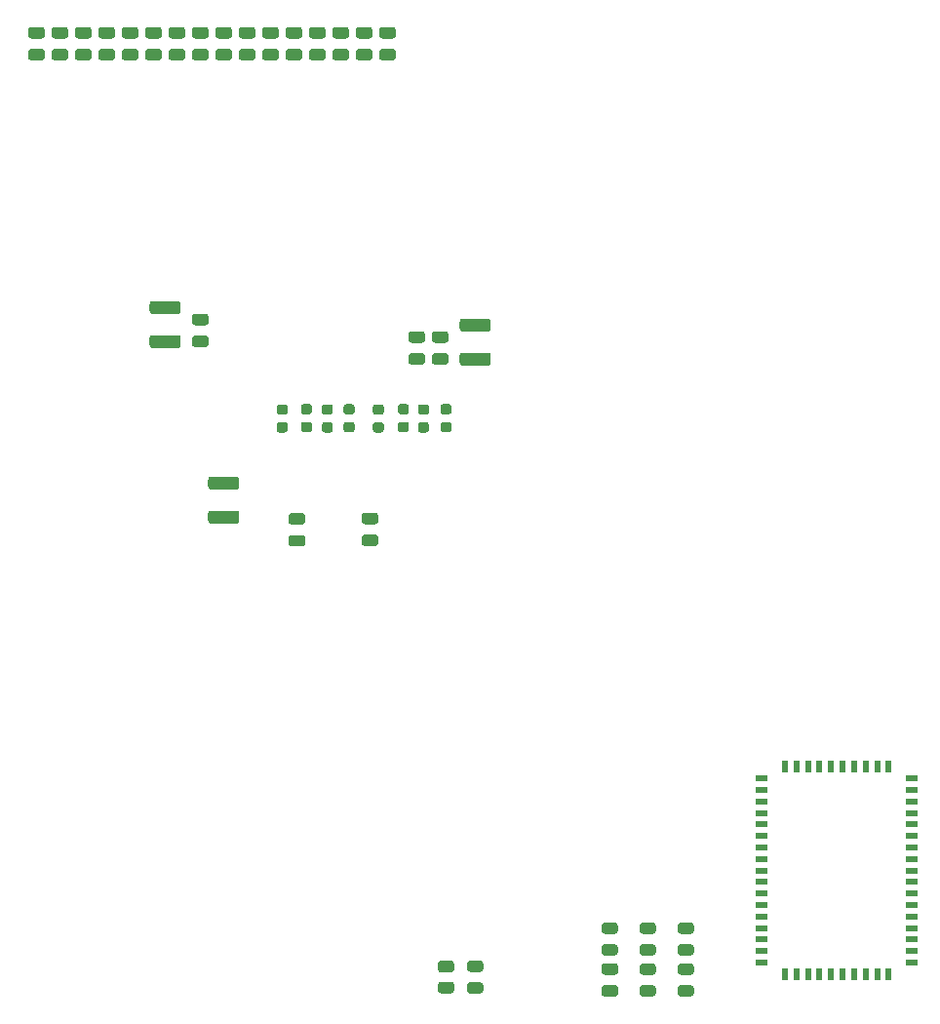
<source format=gbr>
G04 #@! TF.GenerationSoftware,KiCad,Pcbnew,5.1.9*
G04 #@! TF.CreationDate,2021-03-28T19:34:58+08:00*
G04 #@! TF.ProjectId,digital-amplifier2,64696769-7461-46c2-9d61-6d706c696669,rev?*
G04 #@! TF.SameCoordinates,Original*
G04 #@! TF.FileFunction,Paste,Bot*
G04 #@! TF.FilePolarity,Positive*
%FSLAX46Y46*%
G04 Gerber Fmt 4.6, Leading zero omitted, Abs format (unit mm)*
G04 Created by KiCad (PCBNEW 5.1.9) date 2021-03-28 19:34:58*
%MOMM*%
%LPD*%
G01*
G04 APERTURE LIST*
%ADD10R,1.000000X0.500000*%
%ADD11R,0.500000X1.000000*%
G04 APERTURE END LIST*
D10*
X120904000Y-141748000D03*
X120904000Y-140748000D03*
X120904000Y-139748000D03*
X120904000Y-138748000D03*
X120904000Y-137748000D03*
X120904000Y-136748000D03*
X120904000Y-135748000D03*
X120904000Y-134748000D03*
X120904000Y-133748000D03*
X120904000Y-132748000D03*
X120904000Y-131748000D03*
X120904000Y-130748000D03*
X120904000Y-129748000D03*
X120904000Y-128748000D03*
X120904000Y-127748000D03*
X120904000Y-126748000D03*
X120904000Y-125748000D03*
D11*
X122904000Y-124748000D03*
X123904000Y-124748000D03*
X124904000Y-124748000D03*
X125904000Y-124748000D03*
X126904000Y-124748000D03*
X127904000Y-124748000D03*
X128904000Y-124748000D03*
X129904000Y-124748000D03*
X130904000Y-124748000D03*
X131904000Y-124748000D03*
X131904000Y-142748000D03*
X124904000Y-142748000D03*
X127904000Y-142748000D03*
X125904000Y-142748000D03*
X130904000Y-142748000D03*
X126904000Y-142748000D03*
X123904000Y-142748000D03*
X128904000Y-142748000D03*
X129904000Y-142748000D03*
X122904000Y-142748000D03*
D10*
X133904000Y-130748000D03*
X133904000Y-126748000D03*
X133904000Y-138748000D03*
X133904000Y-137748000D03*
X133904000Y-140748000D03*
X133904000Y-135748000D03*
X133904000Y-131748000D03*
X133904000Y-128748000D03*
X133904000Y-139748000D03*
X133904000Y-127748000D03*
X133904000Y-136748000D03*
X133904000Y-134748000D03*
X133904000Y-141748000D03*
X133904000Y-133748000D03*
X133904000Y-132748000D03*
X133904000Y-125748000D03*
X133904000Y-129748000D03*
G36*
G01*
X93021999Y-143402000D02*
X93922001Y-143402000D01*
G75*
G02*
X94172000Y-143651999I0J-249999D01*
G01*
X94172000Y-144177001D01*
G75*
G02*
X93922001Y-144427000I-249999J0D01*
G01*
X93021999Y-144427000D01*
G75*
G02*
X92772000Y-144177001I0J249999D01*
G01*
X92772000Y-143651999D01*
G75*
G02*
X93021999Y-143402000I249999J0D01*
G01*
G37*
G36*
G01*
X93021999Y-141577000D02*
X93922001Y-141577000D01*
G75*
G02*
X94172000Y-141826999I0J-249999D01*
G01*
X94172000Y-142352001D01*
G75*
G02*
X93922001Y-142602000I-249999J0D01*
G01*
X93021999Y-142602000D01*
G75*
G02*
X92772000Y-142352001I0J249999D01*
G01*
X92772000Y-141826999D01*
G75*
G02*
X93021999Y-141577000I249999J0D01*
G01*
G37*
G36*
G01*
X86393000Y-104590000D02*
X87343000Y-104590000D01*
G75*
G02*
X87593000Y-104840000I0J-250000D01*
G01*
X87593000Y-105340000D01*
G75*
G02*
X87343000Y-105590000I-250000J0D01*
G01*
X86393000Y-105590000D01*
G75*
G02*
X86143000Y-105340000I0J250000D01*
G01*
X86143000Y-104840000D01*
G75*
G02*
X86393000Y-104590000I250000J0D01*
G01*
G37*
G36*
G01*
X86393000Y-102690000D02*
X87343000Y-102690000D01*
G75*
G02*
X87593000Y-102940000I0J-250000D01*
G01*
X87593000Y-103440000D01*
G75*
G02*
X87343000Y-103690000I-250000J0D01*
G01*
X86393000Y-103690000D01*
G75*
G02*
X86143000Y-103440000I0J250000D01*
G01*
X86143000Y-102940000D01*
G75*
G02*
X86393000Y-102690000I250000J0D01*
G01*
G37*
G36*
G01*
X80993000Y-103727001D02*
X80043000Y-103727001D01*
G75*
G02*
X79793000Y-103477001I0J250000D01*
G01*
X79793000Y-102977001D01*
G75*
G02*
X80043000Y-102727001I250000J0D01*
G01*
X80993000Y-102727001D01*
G75*
G02*
X81243000Y-102977001I0J-250000D01*
G01*
X81243000Y-103477001D01*
G75*
G02*
X80993000Y-103727001I-250000J0D01*
G01*
G37*
G36*
G01*
X80993000Y-105627001D02*
X80043000Y-105627001D01*
G75*
G02*
X79793000Y-105377001I0J250000D01*
G01*
X79793000Y-104877001D01*
G75*
G02*
X80043000Y-104627001I250000J0D01*
G01*
X80993000Y-104627001D01*
G75*
G02*
X81243000Y-104877001I0J-250000D01*
G01*
X81243000Y-105377001D01*
G75*
G02*
X80993000Y-105627001I-250000J0D01*
G01*
G37*
G36*
G01*
X91407000Y-87942000D02*
X90457000Y-87942000D01*
G75*
G02*
X90207000Y-87692000I0J250000D01*
G01*
X90207000Y-87192000D01*
G75*
G02*
X90457000Y-86942000I250000J0D01*
G01*
X91407000Y-86942000D01*
G75*
G02*
X91657000Y-87192000I0J-250000D01*
G01*
X91657000Y-87692000D01*
G75*
G02*
X91407000Y-87942000I-250000J0D01*
G01*
G37*
G36*
G01*
X91407000Y-89842000D02*
X90457000Y-89842000D01*
G75*
G02*
X90207000Y-89592000I0J250000D01*
G01*
X90207000Y-89092000D01*
G75*
G02*
X90457000Y-88842000I250000J0D01*
G01*
X91407000Y-88842000D01*
G75*
G02*
X91657000Y-89092000I0J-250000D01*
G01*
X91657000Y-89592000D01*
G75*
G02*
X91407000Y-89842000I-250000J0D01*
G01*
G37*
G36*
G01*
X93439000Y-87942000D02*
X92489000Y-87942000D01*
G75*
G02*
X92239000Y-87692000I0J250000D01*
G01*
X92239000Y-87192000D01*
G75*
G02*
X92489000Y-86942000I250000J0D01*
G01*
X93439000Y-86942000D01*
G75*
G02*
X93689000Y-87192000I0J-250000D01*
G01*
X93689000Y-87692000D01*
G75*
G02*
X93439000Y-87942000I-250000J0D01*
G01*
G37*
G36*
G01*
X93439000Y-89842000D02*
X92489000Y-89842000D01*
G75*
G02*
X92239000Y-89592000I0J250000D01*
G01*
X92239000Y-89092000D01*
G75*
G02*
X92489000Y-88842000I250000J0D01*
G01*
X93439000Y-88842000D01*
G75*
G02*
X93689000Y-89092000I0J-250000D01*
G01*
X93689000Y-89592000D01*
G75*
G02*
X93439000Y-89842000I-250000J0D01*
G01*
G37*
G36*
G01*
X70188001Y-85460000D02*
X67987999Y-85460000D01*
G75*
G02*
X67738000Y-85210001I0J249999D01*
G01*
X67738000Y-84559999D01*
G75*
G02*
X67987999Y-84310000I249999J0D01*
G01*
X70188001Y-84310000D01*
G75*
G02*
X70438000Y-84559999I0J-249999D01*
G01*
X70438000Y-85210001D01*
G75*
G02*
X70188001Y-85460000I-249999J0D01*
G01*
G37*
G36*
G01*
X70188001Y-88410000D02*
X67987999Y-88410000D01*
G75*
G02*
X67738000Y-88160001I0J249999D01*
G01*
X67738000Y-87509999D01*
G75*
G02*
X67987999Y-87260000I249999J0D01*
G01*
X70188001Y-87260000D01*
G75*
G02*
X70438000Y-87509999I0J-249999D01*
G01*
X70438000Y-88160001D01*
G75*
G02*
X70188001Y-88410000I-249999J0D01*
G01*
G37*
G36*
G01*
X97112001Y-86984000D02*
X94911999Y-86984000D01*
G75*
G02*
X94662000Y-86734001I0J249999D01*
G01*
X94662000Y-86083999D01*
G75*
G02*
X94911999Y-85834000I249999J0D01*
G01*
X97112001Y-85834000D01*
G75*
G02*
X97362000Y-86083999I0J-249999D01*
G01*
X97362000Y-86734001D01*
G75*
G02*
X97112001Y-86984000I-249999J0D01*
G01*
G37*
G36*
G01*
X97112001Y-89934000D02*
X94911999Y-89934000D01*
G75*
G02*
X94662000Y-89684001I0J249999D01*
G01*
X94662000Y-89033999D01*
G75*
G02*
X94911999Y-88784000I249999J0D01*
G01*
X97112001Y-88784000D01*
G75*
G02*
X97362000Y-89033999I0J-249999D01*
G01*
X97362000Y-89684001D01*
G75*
G02*
X97112001Y-89934000I-249999J0D01*
G01*
G37*
G36*
G01*
X72611000Y-86418000D02*
X71661000Y-86418000D01*
G75*
G02*
X71411000Y-86168000I0J250000D01*
G01*
X71411000Y-85668000D01*
G75*
G02*
X71661000Y-85418000I250000J0D01*
G01*
X72611000Y-85418000D01*
G75*
G02*
X72861000Y-85668000I0J-250000D01*
G01*
X72861000Y-86168000D01*
G75*
G02*
X72611000Y-86418000I-250000J0D01*
G01*
G37*
G36*
G01*
X72611000Y-88318000D02*
X71661000Y-88318000D01*
G75*
G02*
X71411000Y-88068000I0J250000D01*
G01*
X71411000Y-87568000D01*
G75*
G02*
X71661000Y-87318000I250000J0D01*
G01*
X72611000Y-87318000D01*
G75*
G02*
X72861000Y-87568000I0J-250000D01*
G01*
X72861000Y-88068000D01*
G75*
G02*
X72611000Y-88318000I-250000J0D01*
G01*
G37*
G36*
G01*
X73067999Y-102500000D02*
X75268001Y-102500000D01*
G75*
G02*
X75518000Y-102749999I0J-249999D01*
G01*
X75518000Y-103400001D01*
G75*
G02*
X75268001Y-103650000I-249999J0D01*
G01*
X73067999Y-103650000D01*
G75*
G02*
X72818000Y-103400001I0J249999D01*
G01*
X72818000Y-102749999D01*
G75*
G02*
X73067999Y-102500000I249999J0D01*
G01*
G37*
G36*
G01*
X73067999Y-99550000D02*
X75268001Y-99550000D01*
G75*
G02*
X75518000Y-99799999I0J-249999D01*
G01*
X75518000Y-100450001D01*
G75*
G02*
X75268001Y-100700000I-249999J0D01*
G01*
X73067999Y-100700000D01*
G75*
G02*
X72818000Y-100450001I0J249999D01*
G01*
X72818000Y-99799999D01*
G75*
G02*
X73067999Y-99550000I249999J0D01*
G01*
G37*
G36*
G01*
X60419000Y-61526000D02*
X59469000Y-61526000D01*
G75*
G02*
X59219000Y-61276000I0J250000D01*
G01*
X59219000Y-60776000D01*
G75*
G02*
X59469000Y-60526000I250000J0D01*
G01*
X60419000Y-60526000D01*
G75*
G02*
X60669000Y-60776000I0J-250000D01*
G01*
X60669000Y-61276000D01*
G75*
G02*
X60419000Y-61526000I-250000J0D01*
G01*
G37*
G36*
G01*
X60419000Y-63426000D02*
X59469000Y-63426000D01*
G75*
G02*
X59219000Y-63176000I0J250000D01*
G01*
X59219000Y-62676000D01*
G75*
G02*
X59469000Y-62426000I250000J0D01*
G01*
X60419000Y-62426000D01*
G75*
G02*
X60669000Y-62676000I0J-250000D01*
G01*
X60669000Y-63176000D01*
G75*
G02*
X60419000Y-63426000I-250000J0D01*
G01*
G37*
G36*
G01*
X63533000Y-62426000D02*
X64483000Y-62426000D01*
G75*
G02*
X64733000Y-62676000I0J-250000D01*
G01*
X64733000Y-63176000D01*
G75*
G02*
X64483000Y-63426000I-250000J0D01*
G01*
X63533000Y-63426000D01*
G75*
G02*
X63283000Y-63176000I0J250000D01*
G01*
X63283000Y-62676000D01*
G75*
G02*
X63533000Y-62426000I250000J0D01*
G01*
G37*
G36*
G01*
X63533000Y-60526000D02*
X64483000Y-60526000D01*
G75*
G02*
X64733000Y-60776000I0J-250000D01*
G01*
X64733000Y-61276000D01*
G75*
G02*
X64483000Y-61526000I-250000J0D01*
G01*
X63533000Y-61526000D01*
G75*
G02*
X63283000Y-61276000I0J250000D01*
G01*
X63283000Y-60776000D01*
G75*
G02*
X63533000Y-60526000I250000J0D01*
G01*
G37*
G36*
G01*
X68547000Y-61526000D02*
X67597000Y-61526000D01*
G75*
G02*
X67347000Y-61276000I0J250000D01*
G01*
X67347000Y-60776000D01*
G75*
G02*
X67597000Y-60526000I250000J0D01*
G01*
X68547000Y-60526000D01*
G75*
G02*
X68797000Y-60776000I0J-250000D01*
G01*
X68797000Y-61276000D01*
G75*
G02*
X68547000Y-61526000I-250000J0D01*
G01*
G37*
G36*
G01*
X68547000Y-63426000D02*
X67597000Y-63426000D01*
G75*
G02*
X67347000Y-63176000I0J250000D01*
G01*
X67347000Y-62676000D01*
G75*
G02*
X67597000Y-62426000I250000J0D01*
G01*
X68547000Y-62426000D01*
G75*
G02*
X68797000Y-62676000I0J-250000D01*
G01*
X68797000Y-63176000D01*
G75*
G02*
X68547000Y-63426000I-250000J0D01*
G01*
G37*
G36*
G01*
X71661000Y-62426000D02*
X72611000Y-62426000D01*
G75*
G02*
X72861000Y-62676000I0J-250000D01*
G01*
X72861000Y-63176000D01*
G75*
G02*
X72611000Y-63426000I-250000J0D01*
G01*
X71661000Y-63426000D01*
G75*
G02*
X71411000Y-63176000I0J250000D01*
G01*
X71411000Y-62676000D01*
G75*
G02*
X71661000Y-62426000I250000J0D01*
G01*
G37*
G36*
G01*
X71661000Y-60526000D02*
X72611000Y-60526000D01*
G75*
G02*
X72861000Y-60776000I0J-250000D01*
G01*
X72861000Y-61276000D01*
G75*
G02*
X72611000Y-61526000I-250000J0D01*
G01*
X71661000Y-61526000D01*
G75*
G02*
X71411000Y-61276000I0J250000D01*
G01*
X71411000Y-60776000D01*
G75*
G02*
X71661000Y-60526000I250000J0D01*
G01*
G37*
G36*
G01*
X76675000Y-61526000D02*
X75725000Y-61526000D01*
G75*
G02*
X75475000Y-61276000I0J250000D01*
G01*
X75475000Y-60776000D01*
G75*
G02*
X75725000Y-60526000I250000J0D01*
G01*
X76675000Y-60526000D01*
G75*
G02*
X76925000Y-60776000I0J-250000D01*
G01*
X76925000Y-61276000D01*
G75*
G02*
X76675000Y-61526000I-250000J0D01*
G01*
G37*
G36*
G01*
X76675000Y-63426000D02*
X75725000Y-63426000D01*
G75*
G02*
X75475000Y-63176000I0J250000D01*
G01*
X75475000Y-62676000D01*
G75*
G02*
X75725000Y-62426000I250000J0D01*
G01*
X76675000Y-62426000D01*
G75*
G02*
X76925000Y-62676000I0J-250000D01*
G01*
X76925000Y-63176000D01*
G75*
G02*
X76675000Y-63426000I-250000J0D01*
G01*
G37*
G36*
G01*
X79789000Y-62426000D02*
X80739000Y-62426000D01*
G75*
G02*
X80989000Y-62676000I0J-250000D01*
G01*
X80989000Y-63176000D01*
G75*
G02*
X80739000Y-63426000I-250000J0D01*
G01*
X79789000Y-63426000D01*
G75*
G02*
X79539000Y-63176000I0J250000D01*
G01*
X79539000Y-62676000D01*
G75*
G02*
X79789000Y-62426000I250000J0D01*
G01*
G37*
G36*
G01*
X79789000Y-60526000D02*
X80739000Y-60526000D01*
G75*
G02*
X80989000Y-60776000I0J-250000D01*
G01*
X80989000Y-61276000D01*
G75*
G02*
X80739000Y-61526000I-250000J0D01*
G01*
X79789000Y-61526000D01*
G75*
G02*
X79539000Y-61276000I0J250000D01*
G01*
X79539000Y-60776000D01*
G75*
G02*
X79789000Y-60526000I250000J0D01*
G01*
G37*
G36*
G01*
X84803000Y-61526000D02*
X83853000Y-61526000D01*
G75*
G02*
X83603000Y-61276000I0J250000D01*
G01*
X83603000Y-60776000D01*
G75*
G02*
X83853000Y-60526000I250000J0D01*
G01*
X84803000Y-60526000D01*
G75*
G02*
X85053000Y-60776000I0J-250000D01*
G01*
X85053000Y-61276000D01*
G75*
G02*
X84803000Y-61526000I-250000J0D01*
G01*
G37*
G36*
G01*
X84803000Y-63426000D02*
X83853000Y-63426000D01*
G75*
G02*
X83603000Y-63176000I0J250000D01*
G01*
X83603000Y-62676000D01*
G75*
G02*
X83853000Y-62426000I250000J0D01*
G01*
X84803000Y-62426000D01*
G75*
G02*
X85053000Y-62676000I0J-250000D01*
G01*
X85053000Y-63176000D01*
G75*
G02*
X84803000Y-63426000I-250000J0D01*
G01*
G37*
G36*
G01*
X87917000Y-62426000D02*
X88867000Y-62426000D01*
G75*
G02*
X89117000Y-62676000I0J-250000D01*
G01*
X89117000Y-63176000D01*
G75*
G02*
X88867000Y-63426000I-250000J0D01*
G01*
X87917000Y-63426000D01*
G75*
G02*
X87667000Y-63176000I0J250000D01*
G01*
X87667000Y-62676000D01*
G75*
G02*
X87917000Y-62426000I250000J0D01*
G01*
G37*
G36*
G01*
X87917000Y-60526000D02*
X88867000Y-60526000D01*
G75*
G02*
X89117000Y-60776000I0J-250000D01*
G01*
X89117000Y-61276000D01*
G75*
G02*
X88867000Y-61526000I-250000J0D01*
G01*
X87917000Y-61526000D01*
G75*
G02*
X87667000Y-61276000I0J250000D01*
G01*
X87667000Y-60776000D01*
G75*
G02*
X87917000Y-60526000I250000J0D01*
G01*
G37*
G36*
G01*
X58387000Y-61526000D02*
X57437000Y-61526000D01*
G75*
G02*
X57187000Y-61276000I0J250000D01*
G01*
X57187000Y-60776000D01*
G75*
G02*
X57437000Y-60526000I250000J0D01*
G01*
X58387000Y-60526000D01*
G75*
G02*
X58637000Y-60776000I0J-250000D01*
G01*
X58637000Y-61276000D01*
G75*
G02*
X58387000Y-61526000I-250000J0D01*
G01*
G37*
G36*
G01*
X58387000Y-63426000D02*
X57437000Y-63426000D01*
G75*
G02*
X57187000Y-63176000I0J250000D01*
G01*
X57187000Y-62676000D01*
G75*
G02*
X57437000Y-62426000I250000J0D01*
G01*
X58387000Y-62426000D01*
G75*
G02*
X58637000Y-62676000I0J-250000D01*
G01*
X58637000Y-63176000D01*
G75*
G02*
X58387000Y-63426000I-250000J0D01*
G01*
G37*
G36*
G01*
X61501000Y-62426000D02*
X62451000Y-62426000D01*
G75*
G02*
X62701000Y-62676000I0J-250000D01*
G01*
X62701000Y-63176000D01*
G75*
G02*
X62451000Y-63426000I-250000J0D01*
G01*
X61501000Y-63426000D01*
G75*
G02*
X61251000Y-63176000I0J250000D01*
G01*
X61251000Y-62676000D01*
G75*
G02*
X61501000Y-62426000I250000J0D01*
G01*
G37*
G36*
G01*
X61501000Y-60526000D02*
X62451000Y-60526000D01*
G75*
G02*
X62701000Y-60776000I0J-250000D01*
G01*
X62701000Y-61276000D01*
G75*
G02*
X62451000Y-61526000I-250000J0D01*
G01*
X61501000Y-61526000D01*
G75*
G02*
X61251000Y-61276000I0J250000D01*
G01*
X61251000Y-60776000D01*
G75*
G02*
X61501000Y-60526000I250000J0D01*
G01*
G37*
G36*
G01*
X66515000Y-61526000D02*
X65565000Y-61526000D01*
G75*
G02*
X65315000Y-61276000I0J250000D01*
G01*
X65315000Y-60776000D01*
G75*
G02*
X65565000Y-60526000I250000J0D01*
G01*
X66515000Y-60526000D01*
G75*
G02*
X66765000Y-60776000I0J-250000D01*
G01*
X66765000Y-61276000D01*
G75*
G02*
X66515000Y-61526000I-250000J0D01*
G01*
G37*
G36*
G01*
X66515000Y-63426000D02*
X65565000Y-63426000D01*
G75*
G02*
X65315000Y-63176000I0J250000D01*
G01*
X65315000Y-62676000D01*
G75*
G02*
X65565000Y-62426000I250000J0D01*
G01*
X66515000Y-62426000D01*
G75*
G02*
X66765000Y-62676000I0J-250000D01*
G01*
X66765000Y-63176000D01*
G75*
G02*
X66515000Y-63426000I-250000J0D01*
G01*
G37*
G36*
G01*
X69629000Y-62426000D02*
X70579000Y-62426000D01*
G75*
G02*
X70829000Y-62676000I0J-250000D01*
G01*
X70829000Y-63176000D01*
G75*
G02*
X70579000Y-63426000I-250000J0D01*
G01*
X69629000Y-63426000D01*
G75*
G02*
X69379000Y-63176000I0J250000D01*
G01*
X69379000Y-62676000D01*
G75*
G02*
X69629000Y-62426000I250000J0D01*
G01*
G37*
G36*
G01*
X69629000Y-60526000D02*
X70579000Y-60526000D01*
G75*
G02*
X70829000Y-60776000I0J-250000D01*
G01*
X70829000Y-61276000D01*
G75*
G02*
X70579000Y-61526000I-250000J0D01*
G01*
X69629000Y-61526000D01*
G75*
G02*
X69379000Y-61276000I0J250000D01*
G01*
X69379000Y-60776000D01*
G75*
G02*
X69629000Y-60526000I250000J0D01*
G01*
G37*
G36*
G01*
X74643000Y-61526000D02*
X73693000Y-61526000D01*
G75*
G02*
X73443000Y-61276000I0J250000D01*
G01*
X73443000Y-60776000D01*
G75*
G02*
X73693000Y-60526000I250000J0D01*
G01*
X74643000Y-60526000D01*
G75*
G02*
X74893000Y-60776000I0J-250000D01*
G01*
X74893000Y-61276000D01*
G75*
G02*
X74643000Y-61526000I-250000J0D01*
G01*
G37*
G36*
G01*
X74643000Y-63426000D02*
X73693000Y-63426000D01*
G75*
G02*
X73443000Y-63176000I0J250000D01*
G01*
X73443000Y-62676000D01*
G75*
G02*
X73693000Y-62426000I250000J0D01*
G01*
X74643000Y-62426000D01*
G75*
G02*
X74893000Y-62676000I0J-250000D01*
G01*
X74893000Y-63176000D01*
G75*
G02*
X74643000Y-63426000I-250000J0D01*
G01*
G37*
G36*
G01*
X77757000Y-62426000D02*
X78707000Y-62426000D01*
G75*
G02*
X78957000Y-62676000I0J-250000D01*
G01*
X78957000Y-63176000D01*
G75*
G02*
X78707000Y-63426000I-250000J0D01*
G01*
X77757000Y-63426000D01*
G75*
G02*
X77507000Y-63176000I0J250000D01*
G01*
X77507000Y-62676000D01*
G75*
G02*
X77757000Y-62426000I250000J0D01*
G01*
G37*
G36*
G01*
X77757000Y-60526000D02*
X78707000Y-60526000D01*
G75*
G02*
X78957000Y-60776000I0J-250000D01*
G01*
X78957000Y-61276000D01*
G75*
G02*
X78707000Y-61526000I-250000J0D01*
G01*
X77757000Y-61526000D01*
G75*
G02*
X77507000Y-61276000I0J250000D01*
G01*
X77507000Y-60776000D01*
G75*
G02*
X77757000Y-60526000I250000J0D01*
G01*
G37*
G36*
G01*
X82771000Y-61526000D02*
X81821000Y-61526000D01*
G75*
G02*
X81571000Y-61276000I0J250000D01*
G01*
X81571000Y-60776000D01*
G75*
G02*
X81821000Y-60526000I250000J0D01*
G01*
X82771000Y-60526000D01*
G75*
G02*
X83021000Y-60776000I0J-250000D01*
G01*
X83021000Y-61276000D01*
G75*
G02*
X82771000Y-61526000I-250000J0D01*
G01*
G37*
G36*
G01*
X82771000Y-63426000D02*
X81821000Y-63426000D01*
G75*
G02*
X81571000Y-63176000I0J250000D01*
G01*
X81571000Y-62676000D01*
G75*
G02*
X81821000Y-62426000I250000J0D01*
G01*
X82771000Y-62426000D01*
G75*
G02*
X83021000Y-62676000I0J-250000D01*
G01*
X83021000Y-63176000D01*
G75*
G02*
X82771000Y-63426000I-250000J0D01*
G01*
G37*
G36*
G01*
X85885000Y-62426000D02*
X86835000Y-62426000D01*
G75*
G02*
X87085000Y-62676000I0J-250000D01*
G01*
X87085000Y-63176000D01*
G75*
G02*
X86835000Y-63426000I-250000J0D01*
G01*
X85885000Y-63426000D01*
G75*
G02*
X85635000Y-63176000I0J250000D01*
G01*
X85635000Y-62676000D01*
G75*
G02*
X85885000Y-62426000I250000J0D01*
G01*
G37*
G36*
G01*
X85885000Y-60526000D02*
X86835000Y-60526000D01*
G75*
G02*
X87085000Y-60776000I0J-250000D01*
G01*
X87085000Y-61276000D01*
G75*
G02*
X86835000Y-61526000I-250000J0D01*
G01*
X85885000Y-61526000D01*
G75*
G02*
X85635000Y-61276000I0J250000D01*
G01*
X85635000Y-60776000D01*
G75*
G02*
X85885000Y-60526000I250000J0D01*
G01*
G37*
G36*
G01*
X81602572Y-94150000D02*
X81102572Y-94150000D01*
G75*
G02*
X80877572Y-93925000I0J225000D01*
G01*
X80877572Y-93475000D01*
G75*
G02*
X81102572Y-93250000I225000J0D01*
G01*
X81602572Y-93250000D01*
G75*
G02*
X81827572Y-93475000I0J-225000D01*
G01*
X81827572Y-93925000D01*
G75*
G02*
X81602572Y-94150000I-225000J0D01*
G01*
G37*
G36*
G01*
X81602572Y-95700000D02*
X81102572Y-95700000D01*
G75*
G02*
X80877572Y-95475000I0J225000D01*
G01*
X80877572Y-95025000D01*
G75*
G02*
X81102572Y-94800000I225000J0D01*
G01*
X81602572Y-94800000D01*
G75*
G02*
X81827572Y-95025000I0J-225000D01*
G01*
X81827572Y-95475000D01*
G75*
G02*
X81602572Y-95700000I-225000J0D01*
G01*
G37*
G36*
G01*
X79498000Y-94176000D02*
X78998000Y-94176000D01*
G75*
G02*
X78773000Y-93951000I0J225000D01*
G01*
X78773000Y-93501000D01*
G75*
G02*
X78998000Y-93276000I225000J0D01*
G01*
X79498000Y-93276000D01*
G75*
G02*
X79723000Y-93501000I0J-225000D01*
G01*
X79723000Y-93951000D01*
G75*
G02*
X79498000Y-94176000I-225000J0D01*
G01*
G37*
G36*
G01*
X79498000Y-95726000D02*
X78998000Y-95726000D01*
G75*
G02*
X78773000Y-95501000I0J225000D01*
G01*
X78773000Y-95051000D01*
G75*
G02*
X78998000Y-94826000I225000J0D01*
G01*
X79498000Y-94826000D01*
G75*
G02*
X79723000Y-95051000I0J-225000D01*
G01*
X79723000Y-95501000D01*
G75*
G02*
X79498000Y-95726000I-225000J0D01*
G01*
G37*
G36*
G01*
X85303716Y-94150000D02*
X84803716Y-94150000D01*
G75*
G02*
X84578716Y-93925000I0J225000D01*
G01*
X84578716Y-93475000D01*
G75*
G02*
X84803716Y-93250000I225000J0D01*
G01*
X85303716Y-93250000D01*
G75*
G02*
X85528716Y-93475000I0J-225000D01*
G01*
X85528716Y-93925000D01*
G75*
G02*
X85303716Y-94150000I-225000J0D01*
G01*
G37*
G36*
G01*
X85303716Y-95700000D02*
X84803716Y-95700000D01*
G75*
G02*
X84578716Y-95475000I0J225000D01*
G01*
X84578716Y-95025000D01*
G75*
G02*
X84803716Y-94800000I225000J0D01*
G01*
X85303716Y-94800000D01*
G75*
G02*
X85528716Y-95025000I0J-225000D01*
G01*
X85528716Y-95475000D01*
G75*
G02*
X85303716Y-95700000I-225000J0D01*
G01*
G37*
G36*
G01*
X83416856Y-94176000D02*
X82916856Y-94176000D01*
G75*
G02*
X82691856Y-93951000I0J225000D01*
G01*
X82691856Y-93501000D01*
G75*
G02*
X82916856Y-93276000I225000J0D01*
G01*
X83416856Y-93276000D01*
G75*
G02*
X83641856Y-93501000I0J-225000D01*
G01*
X83641856Y-93951000D01*
G75*
G02*
X83416856Y-94176000I-225000J0D01*
G01*
G37*
G36*
G01*
X83416856Y-95726000D02*
X82916856Y-95726000D01*
G75*
G02*
X82691856Y-95501000I0J225000D01*
G01*
X82691856Y-95051000D01*
G75*
G02*
X82916856Y-94826000I225000J0D01*
G01*
X83416856Y-94826000D01*
G75*
G02*
X83641856Y-95051000I0J-225000D01*
G01*
X83641856Y-95501000D01*
G75*
G02*
X83416856Y-95726000I-225000J0D01*
G01*
G37*
G36*
G01*
X90020860Y-94150000D02*
X89520860Y-94150000D01*
G75*
G02*
X89295860Y-93925000I0J225000D01*
G01*
X89295860Y-93475000D01*
G75*
G02*
X89520860Y-93250000I225000J0D01*
G01*
X90020860Y-93250000D01*
G75*
G02*
X90245860Y-93475000I0J-225000D01*
G01*
X90245860Y-93925000D01*
G75*
G02*
X90020860Y-94150000I-225000J0D01*
G01*
G37*
G36*
G01*
X90020860Y-95700000D02*
X89520860Y-95700000D01*
G75*
G02*
X89295860Y-95475000I0J225000D01*
G01*
X89295860Y-95025000D01*
G75*
G02*
X89520860Y-94800000I225000J0D01*
G01*
X90020860Y-94800000D01*
G75*
G02*
X90245860Y-95025000I0J-225000D01*
G01*
X90245860Y-95475000D01*
G75*
G02*
X90020860Y-95700000I-225000J0D01*
G01*
G37*
G36*
G01*
X87843712Y-94176000D02*
X87343712Y-94176000D01*
G75*
G02*
X87118712Y-93951000I0J225000D01*
G01*
X87118712Y-93501000D01*
G75*
G02*
X87343712Y-93276000I225000J0D01*
G01*
X87843712Y-93276000D01*
G75*
G02*
X88068712Y-93501000I0J-225000D01*
G01*
X88068712Y-93951000D01*
G75*
G02*
X87843712Y-94176000I-225000J0D01*
G01*
G37*
G36*
G01*
X87843712Y-95726000D02*
X87343712Y-95726000D01*
G75*
G02*
X87118712Y-95501000I0J225000D01*
G01*
X87118712Y-95051000D01*
G75*
G02*
X87343712Y-94826000I225000J0D01*
G01*
X87843712Y-94826000D01*
G75*
G02*
X88068712Y-95051000I0J-225000D01*
G01*
X88068712Y-95501000D01*
G75*
G02*
X87843712Y-95726000I-225000J0D01*
G01*
G37*
G36*
G01*
X93722000Y-94150000D02*
X93222000Y-94150000D01*
G75*
G02*
X92997000Y-93925000I0J225000D01*
G01*
X92997000Y-93475000D01*
G75*
G02*
X93222000Y-93250000I225000J0D01*
G01*
X93722000Y-93250000D01*
G75*
G02*
X93947000Y-93475000I0J-225000D01*
G01*
X93947000Y-93925000D01*
G75*
G02*
X93722000Y-94150000I-225000J0D01*
G01*
G37*
G36*
G01*
X93722000Y-95700000D02*
X93222000Y-95700000D01*
G75*
G02*
X92997000Y-95475000I0J225000D01*
G01*
X92997000Y-95025000D01*
G75*
G02*
X93222000Y-94800000I225000J0D01*
G01*
X93722000Y-94800000D01*
G75*
G02*
X93947000Y-95025000I0J-225000D01*
G01*
X93947000Y-95475000D01*
G75*
G02*
X93722000Y-95700000I-225000J0D01*
G01*
G37*
G36*
G01*
X91762568Y-94176000D02*
X91262568Y-94176000D01*
G75*
G02*
X91037568Y-93951000I0J225000D01*
G01*
X91037568Y-93501000D01*
G75*
G02*
X91262568Y-93276000I225000J0D01*
G01*
X91762568Y-93276000D01*
G75*
G02*
X91987568Y-93501000I0J-225000D01*
G01*
X91987568Y-93951000D01*
G75*
G02*
X91762568Y-94176000I-225000J0D01*
G01*
G37*
G36*
G01*
X91762568Y-95726000D02*
X91262568Y-95726000D01*
G75*
G02*
X91037568Y-95501000I0J225000D01*
G01*
X91037568Y-95051000D01*
G75*
G02*
X91262568Y-94826000I225000J0D01*
G01*
X91762568Y-94826000D01*
G75*
G02*
X91987568Y-95051000I0J-225000D01*
G01*
X91987568Y-95501000D01*
G75*
G02*
X91762568Y-95726000I-225000J0D01*
G01*
G37*
G36*
G01*
X107221000Y-143706000D02*
X108171000Y-143706000D01*
G75*
G02*
X108421000Y-143956000I0J-250000D01*
G01*
X108421000Y-144456000D01*
G75*
G02*
X108171000Y-144706000I-250000J0D01*
G01*
X107221000Y-144706000D01*
G75*
G02*
X106971000Y-144456000I0J250000D01*
G01*
X106971000Y-143956000D01*
G75*
G02*
X107221000Y-143706000I250000J0D01*
G01*
G37*
G36*
G01*
X107221000Y-141806000D02*
X108171000Y-141806000D01*
G75*
G02*
X108421000Y-142056000I0J-250000D01*
G01*
X108421000Y-142556000D01*
G75*
G02*
X108171000Y-142806000I-250000J0D01*
G01*
X107221000Y-142806000D01*
G75*
G02*
X106971000Y-142556000I0J250000D01*
G01*
X106971000Y-142056000D01*
G75*
G02*
X107221000Y-141806000I250000J0D01*
G01*
G37*
G36*
G01*
X110541750Y-141831000D02*
X111454250Y-141831000D01*
G75*
G02*
X111698000Y-142074750I0J-243750D01*
G01*
X111698000Y-142562250D01*
G75*
G02*
X111454250Y-142806000I-243750J0D01*
G01*
X110541750Y-142806000D01*
G75*
G02*
X110298000Y-142562250I0J243750D01*
G01*
X110298000Y-142074750D01*
G75*
G02*
X110541750Y-141831000I243750J0D01*
G01*
G37*
G36*
G01*
X110541750Y-143706000D02*
X111454250Y-143706000D01*
G75*
G02*
X111698000Y-143949750I0J-243750D01*
G01*
X111698000Y-144437250D01*
G75*
G02*
X111454250Y-144681000I-243750J0D01*
G01*
X110541750Y-144681000D01*
G75*
G02*
X110298000Y-144437250I0J243750D01*
G01*
X110298000Y-143949750D01*
G75*
G02*
X110541750Y-143706000I243750J0D01*
G01*
G37*
G36*
G01*
X113843750Y-143706000D02*
X114756250Y-143706000D01*
G75*
G02*
X115000000Y-143949750I0J-243750D01*
G01*
X115000000Y-144437250D01*
G75*
G02*
X114756250Y-144681000I-243750J0D01*
G01*
X113843750Y-144681000D01*
G75*
G02*
X113600000Y-144437250I0J243750D01*
G01*
X113600000Y-143949750D01*
G75*
G02*
X113843750Y-143706000I243750J0D01*
G01*
G37*
G36*
G01*
X113843750Y-141831000D02*
X114756250Y-141831000D01*
G75*
G02*
X115000000Y-142074750I0J-243750D01*
G01*
X115000000Y-142562250D01*
G75*
G02*
X114756250Y-142806000I-243750J0D01*
G01*
X113843750Y-142806000D01*
G75*
G02*
X113600000Y-142562250I0J243750D01*
G01*
X113600000Y-142074750D01*
G75*
G02*
X113843750Y-141831000I243750J0D01*
G01*
G37*
G36*
G01*
X107239750Y-140150000D02*
X108152250Y-140150000D01*
G75*
G02*
X108396000Y-140393750I0J-243750D01*
G01*
X108396000Y-140881250D01*
G75*
G02*
X108152250Y-141125000I-243750J0D01*
G01*
X107239750Y-141125000D01*
G75*
G02*
X106996000Y-140881250I0J243750D01*
G01*
X106996000Y-140393750D01*
G75*
G02*
X107239750Y-140150000I243750J0D01*
G01*
G37*
G36*
G01*
X107239750Y-138275000D02*
X108152250Y-138275000D01*
G75*
G02*
X108396000Y-138518750I0J-243750D01*
G01*
X108396000Y-139006250D01*
G75*
G02*
X108152250Y-139250000I-243750J0D01*
G01*
X107239750Y-139250000D01*
G75*
G02*
X106996000Y-139006250I0J243750D01*
G01*
X106996000Y-138518750D01*
G75*
G02*
X107239750Y-138275000I243750J0D01*
G01*
G37*
G36*
G01*
X110541750Y-138275000D02*
X111454250Y-138275000D01*
G75*
G02*
X111698000Y-138518750I0J-243750D01*
G01*
X111698000Y-139006250D01*
G75*
G02*
X111454250Y-139250000I-243750J0D01*
G01*
X110541750Y-139250000D01*
G75*
G02*
X110298000Y-139006250I0J243750D01*
G01*
X110298000Y-138518750D01*
G75*
G02*
X110541750Y-138275000I243750J0D01*
G01*
G37*
G36*
G01*
X110541750Y-140150000D02*
X111454250Y-140150000D01*
G75*
G02*
X111698000Y-140393750I0J-243750D01*
G01*
X111698000Y-140881250D01*
G75*
G02*
X111454250Y-141125000I-243750J0D01*
G01*
X110541750Y-141125000D01*
G75*
G02*
X110298000Y-140881250I0J243750D01*
G01*
X110298000Y-140393750D01*
G75*
G02*
X110541750Y-140150000I243750J0D01*
G01*
G37*
G36*
G01*
X113843750Y-140150000D02*
X114756250Y-140150000D01*
G75*
G02*
X115000000Y-140393750I0J-243750D01*
G01*
X115000000Y-140881250D01*
G75*
G02*
X114756250Y-141125000I-243750J0D01*
G01*
X113843750Y-141125000D01*
G75*
G02*
X113600000Y-140881250I0J243750D01*
G01*
X113600000Y-140393750D01*
G75*
G02*
X113843750Y-140150000I243750J0D01*
G01*
G37*
G36*
G01*
X113843750Y-138275000D02*
X114756250Y-138275000D01*
G75*
G02*
X115000000Y-138518750I0J-243750D01*
G01*
X115000000Y-139006250D01*
G75*
G02*
X114756250Y-139250000I-243750J0D01*
G01*
X113843750Y-139250000D01*
G75*
G02*
X113600000Y-139006250I0J243750D01*
G01*
X113600000Y-138518750D01*
G75*
G02*
X113843750Y-138275000I243750J0D01*
G01*
G37*
G36*
G01*
X95555750Y-141577000D02*
X96468250Y-141577000D01*
G75*
G02*
X96712000Y-141820750I0J-243750D01*
G01*
X96712000Y-142308250D01*
G75*
G02*
X96468250Y-142552000I-243750J0D01*
G01*
X95555750Y-142552000D01*
G75*
G02*
X95312000Y-142308250I0J243750D01*
G01*
X95312000Y-141820750D01*
G75*
G02*
X95555750Y-141577000I243750J0D01*
G01*
G37*
G36*
G01*
X95555750Y-143452000D02*
X96468250Y-143452000D01*
G75*
G02*
X96712000Y-143695750I0J-243750D01*
G01*
X96712000Y-144183250D01*
G75*
G02*
X96468250Y-144427000I-243750J0D01*
G01*
X95555750Y-144427000D01*
G75*
G02*
X95312000Y-144183250I0J243750D01*
G01*
X95312000Y-143695750D01*
G75*
G02*
X95555750Y-143452000I243750J0D01*
G01*
G37*
M02*

</source>
